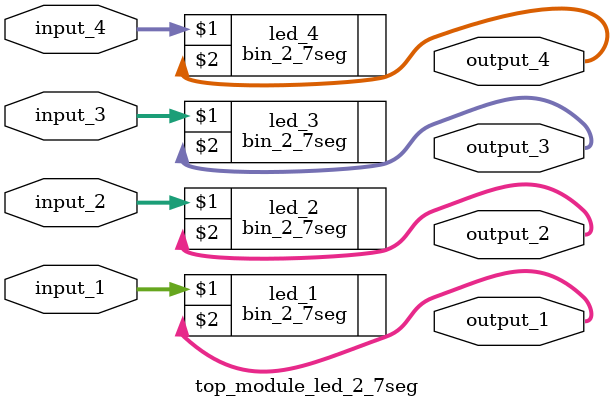
<source format=v>
module top_module_led_2_7seg(
	input [3:0] input_1,
	input [7:4] input_2,
	input [11:8] input_3,
	input [15:12] input_4,
	output [6:0] output_1,
	output [13:7] output_2,
	output [20:14] output_3,
	output [27:21] output_4
);

bin_2_7seg led_1(input_1, output_1);
bin_2_7seg led_2(input_2, output_2);
bin_2_7seg led_3(input_3, output_3);
bin_2_7seg led_4(input_4, output_4);

endmodule
</source>
